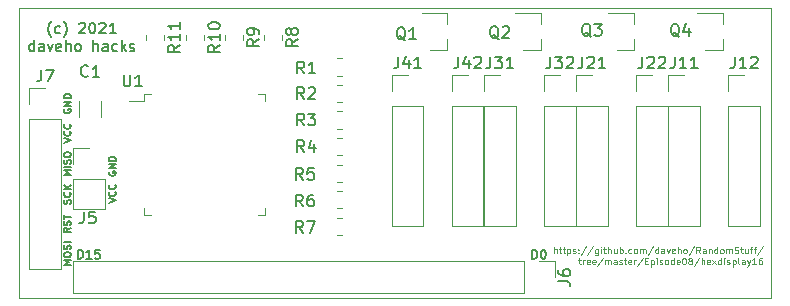
<source format=gbr>
G04 #@! TF.GenerationSoftware,KiCad,Pcbnew,5.1.10-88a1d61d58~88~ubuntu20.04.1*
G04 #@! TF.CreationDate,2021-05-20T13:34:08-04:00*
G04 #@! TF.ProjectId,hexdisplay16,68657864-6973-4706-9c61-7931362e6b69,rev?*
G04 #@! TF.SameCoordinates,Original*
G04 #@! TF.FileFunction,Legend,Top*
G04 #@! TF.FilePolarity,Positive*
%FSLAX46Y46*%
G04 Gerber Fmt 4.6, Leading zero omitted, Abs format (unit mm)*
G04 Created by KiCad (PCBNEW 5.1.10-88a1d61d58~88~ubuntu20.04.1) date 2021-05-20 13:34:08*
%MOMM*%
%LPD*%
G01*
G04 APERTURE LIST*
G04 #@! TA.AperFunction,Profile*
%ADD10C,0.050000*%
G04 #@! TD*
%ADD11C,0.150000*%
%ADD12C,0.120000*%
G04 APERTURE END LIST*
D10*
X139700000Y-141800000D02*
X76000000Y-141800000D01*
X139700000Y-117200000D02*
X76200000Y-117200000D01*
X139700000Y-125500000D02*
X139700000Y-141800000D01*
X139700000Y-117300000D02*
X139700000Y-117200000D01*
X139700000Y-125500000D02*
X139700000Y-117300000D01*
D11*
X83571428Y-133700000D02*
X84171428Y-133500000D01*
X83571428Y-133300000D01*
X84114285Y-132757142D02*
X84142857Y-132785714D01*
X84171428Y-132871428D01*
X84171428Y-132928571D01*
X84142857Y-133014285D01*
X84085714Y-133071428D01*
X84028571Y-133100000D01*
X83914285Y-133128571D01*
X83828571Y-133128571D01*
X83714285Y-133100000D01*
X83657142Y-133071428D01*
X83600000Y-133014285D01*
X83571428Y-132928571D01*
X83571428Y-132871428D01*
X83600000Y-132785714D01*
X83628571Y-132757142D01*
X84114285Y-132157142D02*
X84142857Y-132185714D01*
X84171428Y-132271428D01*
X84171428Y-132328571D01*
X84142857Y-132414285D01*
X84085714Y-132471428D01*
X84028571Y-132500000D01*
X83914285Y-132528571D01*
X83828571Y-132528571D01*
X83714285Y-132500000D01*
X83657142Y-132471428D01*
X83600000Y-132414285D01*
X83571428Y-132328571D01*
X83571428Y-132271428D01*
X83600000Y-132185714D01*
X83628571Y-132157142D01*
X83600000Y-131057142D02*
X83571428Y-131114285D01*
X83571428Y-131200000D01*
X83600000Y-131285714D01*
X83657142Y-131342857D01*
X83714285Y-131371428D01*
X83828571Y-131400000D01*
X83914285Y-131400000D01*
X84028571Y-131371428D01*
X84085714Y-131342857D01*
X84142857Y-131285714D01*
X84171428Y-131200000D01*
X84171428Y-131142857D01*
X84142857Y-131057142D01*
X84114285Y-131028571D01*
X83914285Y-131028571D01*
X83914285Y-131142857D01*
X84171428Y-130771428D02*
X83571428Y-130771428D01*
X84171428Y-130428571D01*
X83571428Y-130428571D01*
X84171428Y-130142857D02*
X83571428Y-130142857D01*
X83571428Y-130000000D01*
X83600000Y-129914285D01*
X83657142Y-129857142D01*
X83714285Y-129828571D01*
X83828571Y-129800000D01*
X83914285Y-129800000D01*
X84028571Y-129828571D01*
X84085714Y-129857142D01*
X84142857Y-129914285D01*
X84171428Y-130000000D01*
X84171428Y-130142857D01*
X80371428Y-138942857D02*
X79771428Y-138942857D01*
X80200000Y-138742857D01*
X79771428Y-138542857D01*
X80371428Y-138542857D01*
X79771428Y-138142857D02*
X79771428Y-138028571D01*
X79800000Y-137971428D01*
X79857142Y-137914285D01*
X79971428Y-137885714D01*
X80171428Y-137885714D01*
X80285714Y-137914285D01*
X80342857Y-137971428D01*
X80371428Y-138028571D01*
X80371428Y-138142857D01*
X80342857Y-138200000D01*
X80285714Y-138257142D01*
X80171428Y-138285714D01*
X79971428Y-138285714D01*
X79857142Y-138257142D01*
X79800000Y-138200000D01*
X79771428Y-138142857D01*
X80342857Y-137657142D02*
X80371428Y-137571428D01*
X80371428Y-137428571D01*
X80342857Y-137371428D01*
X80314285Y-137342857D01*
X80257142Y-137314285D01*
X80200000Y-137314285D01*
X80142857Y-137342857D01*
X80114285Y-137371428D01*
X80085714Y-137428571D01*
X80057142Y-137542857D01*
X80028571Y-137600000D01*
X80000000Y-137628571D01*
X79942857Y-137657142D01*
X79885714Y-137657142D01*
X79828571Y-137628571D01*
X79800000Y-137600000D01*
X79771428Y-137542857D01*
X79771428Y-137400000D01*
X79800000Y-137314285D01*
X80371428Y-137057142D02*
X79771428Y-137057142D01*
X80371428Y-135828571D02*
X80085714Y-136028571D01*
X80371428Y-136171428D02*
X79771428Y-136171428D01*
X79771428Y-135942857D01*
X79800000Y-135885714D01*
X79828571Y-135857142D01*
X79885714Y-135828571D01*
X79971428Y-135828571D01*
X80028571Y-135857142D01*
X80057142Y-135885714D01*
X80085714Y-135942857D01*
X80085714Y-136171428D01*
X80342857Y-135600000D02*
X80371428Y-135514285D01*
X80371428Y-135371428D01*
X80342857Y-135314285D01*
X80314285Y-135285714D01*
X80257142Y-135257142D01*
X80200000Y-135257142D01*
X80142857Y-135285714D01*
X80114285Y-135314285D01*
X80085714Y-135371428D01*
X80057142Y-135485714D01*
X80028571Y-135542857D01*
X80000000Y-135571428D01*
X79942857Y-135600000D01*
X79885714Y-135600000D01*
X79828571Y-135571428D01*
X79800000Y-135542857D01*
X79771428Y-135485714D01*
X79771428Y-135342857D01*
X79800000Y-135257142D01*
X79771428Y-135085714D02*
X79771428Y-134742857D01*
X80371428Y-134914285D02*
X79771428Y-134914285D01*
X80342857Y-133771428D02*
X80371428Y-133685714D01*
X80371428Y-133542857D01*
X80342857Y-133485714D01*
X80314285Y-133457142D01*
X80257142Y-133428571D01*
X80200000Y-133428571D01*
X80142857Y-133457142D01*
X80114285Y-133485714D01*
X80085714Y-133542857D01*
X80057142Y-133657142D01*
X80028571Y-133714285D01*
X80000000Y-133742857D01*
X79942857Y-133771428D01*
X79885714Y-133771428D01*
X79828571Y-133742857D01*
X79800000Y-133714285D01*
X79771428Y-133657142D01*
X79771428Y-133514285D01*
X79800000Y-133428571D01*
X80314285Y-132828571D02*
X80342857Y-132857142D01*
X80371428Y-132942857D01*
X80371428Y-133000000D01*
X80342857Y-133085714D01*
X80285714Y-133142857D01*
X80228571Y-133171428D01*
X80114285Y-133200000D01*
X80028571Y-133200000D01*
X79914285Y-133171428D01*
X79857142Y-133142857D01*
X79800000Y-133085714D01*
X79771428Y-133000000D01*
X79771428Y-132942857D01*
X79800000Y-132857142D01*
X79828571Y-132828571D01*
X80371428Y-132571428D02*
X79771428Y-132571428D01*
X80371428Y-132228571D02*
X80028571Y-132485714D01*
X79771428Y-132228571D02*
X80114285Y-132571428D01*
X80371428Y-131342857D02*
X79771428Y-131342857D01*
X80200000Y-131142857D01*
X79771428Y-130942857D01*
X80371428Y-130942857D01*
X80371428Y-130657142D02*
X79771428Y-130657142D01*
X80342857Y-130400000D02*
X80371428Y-130314285D01*
X80371428Y-130171428D01*
X80342857Y-130114285D01*
X80314285Y-130085714D01*
X80257142Y-130057142D01*
X80200000Y-130057142D01*
X80142857Y-130085714D01*
X80114285Y-130114285D01*
X80085714Y-130171428D01*
X80057142Y-130285714D01*
X80028571Y-130342857D01*
X80000000Y-130371428D01*
X79942857Y-130400000D01*
X79885714Y-130400000D01*
X79828571Y-130371428D01*
X79800000Y-130342857D01*
X79771428Y-130285714D01*
X79771428Y-130142857D01*
X79800000Y-130057142D01*
X79771428Y-129685714D02*
X79771428Y-129571428D01*
X79800000Y-129514285D01*
X79857142Y-129457142D01*
X79971428Y-129428571D01*
X80171428Y-129428571D01*
X80285714Y-129457142D01*
X80342857Y-129514285D01*
X80371428Y-129571428D01*
X80371428Y-129685714D01*
X80342857Y-129742857D01*
X80285714Y-129800000D01*
X80171428Y-129828571D01*
X79971428Y-129828571D01*
X79857142Y-129800000D01*
X79800000Y-129742857D01*
X79771428Y-129685714D01*
X79771428Y-128600000D02*
X80371428Y-128400000D01*
X79771428Y-128200000D01*
X80314285Y-127657142D02*
X80342857Y-127685714D01*
X80371428Y-127771428D01*
X80371428Y-127828571D01*
X80342857Y-127914285D01*
X80285714Y-127971428D01*
X80228571Y-128000000D01*
X80114285Y-128028571D01*
X80028571Y-128028571D01*
X79914285Y-128000000D01*
X79857142Y-127971428D01*
X79800000Y-127914285D01*
X79771428Y-127828571D01*
X79771428Y-127771428D01*
X79800000Y-127685714D01*
X79828571Y-127657142D01*
X80314285Y-127057142D02*
X80342857Y-127085714D01*
X80371428Y-127171428D01*
X80371428Y-127228571D01*
X80342857Y-127314285D01*
X80285714Y-127371428D01*
X80228571Y-127400000D01*
X80114285Y-127428571D01*
X80028571Y-127428571D01*
X79914285Y-127400000D01*
X79857142Y-127371428D01*
X79800000Y-127314285D01*
X79771428Y-127228571D01*
X79771428Y-127171428D01*
X79800000Y-127085714D01*
X79828571Y-127057142D01*
X79800000Y-125757142D02*
X79771428Y-125814285D01*
X79771428Y-125900000D01*
X79800000Y-125985714D01*
X79857142Y-126042857D01*
X79914285Y-126071428D01*
X80028571Y-126100000D01*
X80114285Y-126100000D01*
X80228571Y-126071428D01*
X80285714Y-126042857D01*
X80342857Y-125985714D01*
X80371428Y-125900000D01*
X80371428Y-125842857D01*
X80342857Y-125757142D01*
X80314285Y-125728571D01*
X80114285Y-125728571D01*
X80114285Y-125842857D01*
X80371428Y-125471428D02*
X79771428Y-125471428D01*
X80371428Y-125128571D01*
X79771428Y-125128571D01*
X80371428Y-124842857D02*
X79771428Y-124842857D01*
X79771428Y-124700000D01*
X79800000Y-124614285D01*
X79857142Y-124557142D01*
X79914285Y-124528571D01*
X80028571Y-124500000D01*
X80114285Y-124500000D01*
X80228571Y-124528571D01*
X80285714Y-124557142D01*
X80342857Y-124614285D01*
X80371428Y-124700000D01*
X80371428Y-124842857D01*
D10*
X76000000Y-117200000D02*
X76200000Y-117200000D01*
X76000000Y-141800000D02*
X76000000Y-117200000D01*
D11*
X78728571Y-119700000D02*
X78685714Y-119657142D01*
X78600000Y-119528571D01*
X78557142Y-119442857D01*
X78514285Y-119314285D01*
X78471428Y-119100000D01*
X78471428Y-118928571D01*
X78514285Y-118714285D01*
X78557142Y-118585714D01*
X78600000Y-118500000D01*
X78685714Y-118371428D01*
X78728571Y-118328571D01*
X79457142Y-119314285D02*
X79371428Y-119357142D01*
X79200000Y-119357142D01*
X79114285Y-119314285D01*
X79071428Y-119271428D01*
X79028571Y-119185714D01*
X79028571Y-118928571D01*
X79071428Y-118842857D01*
X79114285Y-118800000D01*
X79200000Y-118757142D01*
X79371428Y-118757142D01*
X79457142Y-118800000D01*
X79757142Y-119700000D02*
X79800000Y-119657142D01*
X79885714Y-119528571D01*
X79928571Y-119442857D01*
X79971428Y-119314285D01*
X80014285Y-119100000D01*
X80014285Y-118928571D01*
X79971428Y-118714285D01*
X79928571Y-118585714D01*
X79885714Y-118500000D01*
X79800000Y-118371428D01*
X79757142Y-118328571D01*
X81085714Y-118542857D02*
X81128571Y-118500000D01*
X81214285Y-118457142D01*
X81428571Y-118457142D01*
X81514285Y-118500000D01*
X81557142Y-118542857D01*
X81600000Y-118628571D01*
X81600000Y-118714285D01*
X81557142Y-118842857D01*
X81042857Y-119357142D01*
X81600000Y-119357142D01*
X82157142Y-118457142D02*
X82242857Y-118457142D01*
X82328571Y-118500000D01*
X82371428Y-118542857D01*
X82414285Y-118628571D01*
X82457142Y-118800000D01*
X82457142Y-119014285D01*
X82414285Y-119185714D01*
X82371428Y-119271428D01*
X82328571Y-119314285D01*
X82242857Y-119357142D01*
X82157142Y-119357142D01*
X82071428Y-119314285D01*
X82028571Y-119271428D01*
X81985714Y-119185714D01*
X81942857Y-119014285D01*
X81942857Y-118800000D01*
X81985714Y-118628571D01*
X82028571Y-118542857D01*
X82071428Y-118500000D01*
X82157142Y-118457142D01*
X82800000Y-118542857D02*
X82842857Y-118500000D01*
X82928571Y-118457142D01*
X83142857Y-118457142D01*
X83228571Y-118500000D01*
X83271428Y-118542857D01*
X83314285Y-118628571D01*
X83314285Y-118714285D01*
X83271428Y-118842857D01*
X82757142Y-119357142D01*
X83314285Y-119357142D01*
X84171428Y-119357142D02*
X83657142Y-119357142D01*
X83914285Y-119357142D02*
X83914285Y-118457142D01*
X83828571Y-118585714D01*
X83742857Y-118671428D01*
X83657142Y-118714285D01*
X77271428Y-120857142D02*
X77271428Y-119957142D01*
X77271428Y-120814285D02*
X77185714Y-120857142D01*
X77014285Y-120857142D01*
X76928571Y-120814285D01*
X76885714Y-120771428D01*
X76842857Y-120685714D01*
X76842857Y-120428571D01*
X76885714Y-120342857D01*
X76928571Y-120300000D01*
X77014285Y-120257142D01*
X77185714Y-120257142D01*
X77271428Y-120300000D01*
X78085714Y-120857142D02*
X78085714Y-120385714D01*
X78042857Y-120300000D01*
X77957142Y-120257142D01*
X77785714Y-120257142D01*
X77700000Y-120300000D01*
X78085714Y-120814285D02*
X78000000Y-120857142D01*
X77785714Y-120857142D01*
X77700000Y-120814285D01*
X77657142Y-120728571D01*
X77657142Y-120642857D01*
X77700000Y-120557142D01*
X77785714Y-120514285D01*
X78000000Y-120514285D01*
X78085714Y-120471428D01*
X78428571Y-120257142D02*
X78642857Y-120857142D01*
X78857142Y-120257142D01*
X79542857Y-120814285D02*
X79457142Y-120857142D01*
X79285714Y-120857142D01*
X79200000Y-120814285D01*
X79157142Y-120728571D01*
X79157142Y-120385714D01*
X79200000Y-120300000D01*
X79285714Y-120257142D01*
X79457142Y-120257142D01*
X79542857Y-120300000D01*
X79585714Y-120385714D01*
X79585714Y-120471428D01*
X79157142Y-120557142D01*
X79971428Y-120857142D02*
X79971428Y-119957142D01*
X80357142Y-120857142D02*
X80357142Y-120385714D01*
X80314285Y-120300000D01*
X80228571Y-120257142D01*
X80100000Y-120257142D01*
X80014285Y-120300000D01*
X79971428Y-120342857D01*
X80914285Y-120857142D02*
X80828571Y-120814285D01*
X80785714Y-120771428D01*
X80742857Y-120685714D01*
X80742857Y-120428571D01*
X80785714Y-120342857D01*
X80828571Y-120300000D01*
X80914285Y-120257142D01*
X81042857Y-120257142D01*
X81128571Y-120300000D01*
X81171428Y-120342857D01*
X81214285Y-120428571D01*
X81214285Y-120685714D01*
X81171428Y-120771428D01*
X81128571Y-120814285D01*
X81042857Y-120857142D01*
X80914285Y-120857142D01*
X82285714Y-120857142D02*
X82285714Y-119957142D01*
X82671428Y-120857142D02*
X82671428Y-120385714D01*
X82628571Y-120300000D01*
X82542857Y-120257142D01*
X82414285Y-120257142D01*
X82328571Y-120300000D01*
X82285714Y-120342857D01*
X83485714Y-120857142D02*
X83485714Y-120385714D01*
X83442857Y-120300000D01*
X83357142Y-120257142D01*
X83185714Y-120257142D01*
X83100000Y-120300000D01*
X83485714Y-120814285D02*
X83400000Y-120857142D01*
X83185714Y-120857142D01*
X83100000Y-120814285D01*
X83057142Y-120728571D01*
X83057142Y-120642857D01*
X83100000Y-120557142D01*
X83185714Y-120514285D01*
X83400000Y-120514285D01*
X83485714Y-120471428D01*
X84300000Y-120814285D02*
X84214285Y-120857142D01*
X84042857Y-120857142D01*
X83957142Y-120814285D01*
X83914285Y-120771428D01*
X83871428Y-120685714D01*
X83871428Y-120428571D01*
X83914285Y-120342857D01*
X83957142Y-120300000D01*
X84042857Y-120257142D01*
X84214285Y-120257142D01*
X84300000Y-120300000D01*
X84685714Y-120857142D02*
X84685714Y-119957142D01*
X84771428Y-120514285D02*
X85028571Y-120857142D01*
X85028571Y-120257142D02*
X84685714Y-120600000D01*
X85371428Y-120814285D02*
X85457142Y-120857142D01*
X85628571Y-120857142D01*
X85714285Y-120814285D01*
X85757142Y-120728571D01*
X85757142Y-120685714D01*
X85714285Y-120600000D01*
X85628571Y-120557142D01*
X85500000Y-120557142D01*
X85414285Y-120514285D01*
X85371428Y-120428571D01*
X85371428Y-120385714D01*
X85414285Y-120300000D01*
X85500000Y-120257142D01*
X85628571Y-120257142D01*
X85714285Y-120300000D01*
D12*
X121291047Y-137976309D02*
X121291047Y-137426309D01*
X121526761Y-137976309D02*
X121526761Y-137688214D01*
X121500571Y-137635833D01*
X121448190Y-137609642D01*
X121369619Y-137609642D01*
X121317238Y-137635833D01*
X121291047Y-137662023D01*
X121710095Y-137609642D02*
X121919619Y-137609642D01*
X121788666Y-137426309D02*
X121788666Y-137897738D01*
X121814857Y-137950119D01*
X121867238Y-137976309D01*
X121919619Y-137976309D01*
X122024380Y-137609642D02*
X122233904Y-137609642D01*
X122102952Y-137426309D02*
X122102952Y-137897738D01*
X122129142Y-137950119D01*
X122181523Y-137976309D01*
X122233904Y-137976309D01*
X122417238Y-137609642D02*
X122417238Y-138159642D01*
X122417238Y-137635833D02*
X122469619Y-137609642D01*
X122574380Y-137609642D01*
X122626761Y-137635833D01*
X122652952Y-137662023D01*
X122679142Y-137714404D01*
X122679142Y-137871547D01*
X122652952Y-137923928D01*
X122626761Y-137950119D01*
X122574380Y-137976309D01*
X122469619Y-137976309D01*
X122417238Y-137950119D01*
X122888666Y-137950119D02*
X122941047Y-137976309D01*
X123045809Y-137976309D01*
X123098190Y-137950119D01*
X123124380Y-137897738D01*
X123124380Y-137871547D01*
X123098190Y-137819166D01*
X123045809Y-137792976D01*
X122967238Y-137792976D01*
X122914857Y-137766785D01*
X122888666Y-137714404D01*
X122888666Y-137688214D01*
X122914857Y-137635833D01*
X122967238Y-137609642D01*
X123045809Y-137609642D01*
X123098190Y-137635833D01*
X123360095Y-137923928D02*
X123386285Y-137950119D01*
X123360095Y-137976309D01*
X123333904Y-137950119D01*
X123360095Y-137923928D01*
X123360095Y-137976309D01*
X123360095Y-137635833D02*
X123386285Y-137662023D01*
X123360095Y-137688214D01*
X123333904Y-137662023D01*
X123360095Y-137635833D01*
X123360095Y-137688214D01*
X124014857Y-137400119D02*
X123543428Y-138107261D01*
X124591047Y-137400119D02*
X124119619Y-138107261D01*
X125010095Y-137609642D02*
X125010095Y-138054880D01*
X124983904Y-138107261D01*
X124957714Y-138133452D01*
X124905333Y-138159642D01*
X124826761Y-138159642D01*
X124774380Y-138133452D01*
X125010095Y-137950119D02*
X124957714Y-137976309D01*
X124852952Y-137976309D01*
X124800571Y-137950119D01*
X124774380Y-137923928D01*
X124748190Y-137871547D01*
X124748190Y-137714404D01*
X124774380Y-137662023D01*
X124800571Y-137635833D01*
X124852952Y-137609642D01*
X124957714Y-137609642D01*
X125010095Y-137635833D01*
X125272000Y-137976309D02*
X125272000Y-137609642D01*
X125272000Y-137426309D02*
X125245809Y-137452500D01*
X125272000Y-137478690D01*
X125298190Y-137452500D01*
X125272000Y-137426309D01*
X125272000Y-137478690D01*
X125455333Y-137609642D02*
X125664857Y-137609642D01*
X125533904Y-137426309D02*
X125533904Y-137897738D01*
X125560095Y-137950119D01*
X125612476Y-137976309D01*
X125664857Y-137976309D01*
X125848190Y-137976309D02*
X125848190Y-137426309D01*
X126083904Y-137976309D02*
X126083904Y-137688214D01*
X126057714Y-137635833D01*
X126005333Y-137609642D01*
X125926761Y-137609642D01*
X125874380Y-137635833D01*
X125848190Y-137662023D01*
X126581523Y-137609642D02*
X126581523Y-137976309D01*
X126345809Y-137609642D02*
X126345809Y-137897738D01*
X126372000Y-137950119D01*
X126424380Y-137976309D01*
X126502952Y-137976309D01*
X126555333Y-137950119D01*
X126581523Y-137923928D01*
X126843428Y-137976309D02*
X126843428Y-137426309D01*
X126843428Y-137635833D02*
X126895809Y-137609642D01*
X127000571Y-137609642D01*
X127052952Y-137635833D01*
X127079142Y-137662023D01*
X127105333Y-137714404D01*
X127105333Y-137871547D01*
X127079142Y-137923928D01*
X127052952Y-137950119D01*
X127000571Y-137976309D01*
X126895809Y-137976309D01*
X126843428Y-137950119D01*
X127341047Y-137923928D02*
X127367238Y-137950119D01*
X127341047Y-137976309D01*
X127314857Y-137950119D01*
X127341047Y-137923928D01*
X127341047Y-137976309D01*
X127838666Y-137950119D02*
X127786285Y-137976309D01*
X127681523Y-137976309D01*
X127629142Y-137950119D01*
X127602952Y-137923928D01*
X127576761Y-137871547D01*
X127576761Y-137714404D01*
X127602952Y-137662023D01*
X127629142Y-137635833D01*
X127681523Y-137609642D01*
X127786285Y-137609642D01*
X127838666Y-137635833D01*
X128152952Y-137976309D02*
X128100571Y-137950119D01*
X128074380Y-137923928D01*
X128048190Y-137871547D01*
X128048190Y-137714404D01*
X128074380Y-137662023D01*
X128100571Y-137635833D01*
X128152952Y-137609642D01*
X128231523Y-137609642D01*
X128283904Y-137635833D01*
X128310095Y-137662023D01*
X128336285Y-137714404D01*
X128336285Y-137871547D01*
X128310095Y-137923928D01*
X128283904Y-137950119D01*
X128231523Y-137976309D01*
X128152952Y-137976309D01*
X128572000Y-137976309D02*
X128572000Y-137609642D01*
X128572000Y-137662023D02*
X128598190Y-137635833D01*
X128650571Y-137609642D01*
X128729142Y-137609642D01*
X128781523Y-137635833D01*
X128807714Y-137688214D01*
X128807714Y-137976309D01*
X128807714Y-137688214D02*
X128833904Y-137635833D01*
X128886285Y-137609642D01*
X128964857Y-137609642D01*
X129017238Y-137635833D01*
X129043428Y-137688214D01*
X129043428Y-137976309D01*
X129698190Y-137400119D02*
X129226761Y-138107261D01*
X130117238Y-137976309D02*
X130117238Y-137426309D01*
X130117238Y-137950119D02*
X130064857Y-137976309D01*
X129960095Y-137976309D01*
X129907714Y-137950119D01*
X129881523Y-137923928D01*
X129855333Y-137871547D01*
X129855333Y-137714404D01*
X129881523Y-137662023D01*
X129907714Y-137635833D01*
X129960095Y-137609642D01*
X130064857Y-137609642D01*
X130117238Y-137635833D01*
X130614857Y-137976309D02*
X130614857Y-137688214D01*
X130588666Y-137635833D01*
X130536285Y-137609642D01*
X130431523Y-137609642D01*
X130379142Y-137635833D01*
X130614857Y-137950119D02*
X130562476Y-137976309D01*
X130431523Y-137976309D01*
X130379142Y-137950119D01*
X130352952Y-137897738D01*
X130352952Y-137845357D01*
X130379142Y-137792976D01*
X130431523Y-137766785D01*
X130562476Y-137766785D01*
X130614857Y-137740595D01*
X130824380Y-137609642D02*
X130955333Y-137976309D01*
X131086285Y-137609642D01*
X131505333Y-137950119D02*
X131452952Y-137976309D01*
X131348190Y-137976309D01*
X131295809Y-137950119D01*
X131269619Y-137897738D01*
X131269619Y-137688214D01*
X131295809Y-137635833D01*
X131348190Y-137609642D01*
X131452952Y-137609642D01*
X131505333Y-137635833D01*
X131531523Y-137688214D01*
X131531523Y-137740595D01*
X131269619Y-137792976D01*
X131767238Y-137976309D02*
X131767238Y-137426309D01*
X132002952Y-137976309D02*
X132002952Y-137688214D01*
X131976761Y-137635833D01*
X131924380Y-137609642D01*
X131845809Y-137609642D01*
X131793428Y-137635833D01*
X131767238Y-137662023D01*
X132343428Y-137976309D02*
X132291047Y-137950119D01*
X132264857Y-137923928D01*
X132238666Y-137871547D01*
X132238666Y-137714404D01*
X132264857Y-137662023D01*
X132291047Y-137635833D01*
X132343428Y-137609642D01*
X132422000Y-137609642D01*
X132474380Y-137635833D01*
X132500571Y-137662023D01*
X132526761Y-137714404D01*
X132526761Y-137871547D01*
X132500571Y-137923928D01*
X132474380Y-137950119D01*
X132422000Y-137976309D01*
X132343428Y-137976309D01*
X133155333Y-137400119D02*
X132683904Y-138107261D01*
X133652952Y-137976309D02*
X133469619Y-137714404D01*
X133338666Y-137976309D02*
X133338666Y-137426309D01*
X133548190Y-137426309D01*
X133600571Y-137452500D01*
X133626761Y-137478690D01*
X133652952Y-137531071D01*
X133652952Y-137609642D01*
X133626761Y-137662023D01*
X133600571Y-137688214D01*
X133548190Y-137714404D01*
X133338666Y-137714404D01*
X134124380Y-137976309D02*
X134124380Y-137688214D01*
X134098190Y-137635833D01*
X134045809Y-137609642D01*
X133941047Y-137609642D01*
X133888666Y-137635833D01*
X134124380Y-137950119D02*
X134072000Y-137976309D01*
X133941047Y-137976309D01*
X133888666Y-137950119D01*
X133862476Y-137897738D01*
X133862476Y-137845357D01*
X133888666Y-137792976D01*
X133941047Y-137766785D01*
X134072000Y-137766785D01*
X134124380Y-137740595D01*
X134386285Y-137609642D02*
X134386285Y-137976309D01*
X134386285Y-137662023D02*
X134412476Y-137635833D01*
X134464857Y-137609642D01*
X134543428Y-137609642D01*
X134595809Y-137635833D01*
X134622000Y-137688214D01*
X134622000Y-137976309D01*
X135119619Y-137976309D02*
X135119619Y-137426309D01*
X135119619Y-137950119D02*
X135067238Y-137976309D01*
X134962476Y-137976309D01*
X134910095Y-137950119D01*
X134883904Y-137923928D01*
X134857714Y-137871547D01*
X134857714Y-137714404D01*
X134883904Y-137662023D01*
X134910095Y-137635833D01*
X134962476Y-137609642D01*
X135067238Y-137609642D01*
X135119619Y-137635833D01*
X135460095Y-137976309D02*
X135407714Y-137950119D01*
X135381523Y-137923928D01*
X135355333Y-137871547D01*
X135355333Y-137714404D01*
X135381523Y-137662023D01*
X135407714Y-137635833D01*
X135460095Y-137609642D01*
X135538666Y-137609642D01*
X135591047Y-137635833D01*
X135617238Y-137662023D01*
X135643428Y-137714404D01*
X135643428Y-137871547D01*
X135617238Y-137923928D01*
X135591047Y-137950119D01*
X135538666Y-137976309D01*
X135460095Y-137976309D01*
X135879142Y-137976309D02*
X135879142Y-137609642D01*
X135879142Y-137662023D02*
X135905333Y-137635833D01*
X135957714Y-137609642D01*
X136036285Y-137609642D01*
X136088666Y-137635833D01*
X136114857Y-137688214D01*
X136114857Y-137976309D01*
X136114857Y-137688214D02*
X136141047Y-137635833D01*
X136193428Y-137609642D01*
X136272000Y-137609642D01*
X136324380Y-137635833D01*
X136350571Y-137688214D01*
X136350571Y-137976309D01*
X136586285Y-137950119D02*
X136664857Y-137976309D01*
X136795809Y-137976309D01*
X136848190Y-137950119D01*
X136874380Y-137923928D01*
X136900571Y-137871547D01*
X136900571Y-137819166D01*
X136874380Y-137766785D01*
X136848190Y-137740595D01*
X136795809Y-137714404D01*
X136691047Y-137688214D01*
X136638666Y-137662023D01*
X136612476Y-137635833D01*
X136586285Y-137583452D01*
X136586285Y-137531071D01*
X136612476Y-137478690D01*
X136638666Y-137452500D01*
X136691047Y-137426309D01*
X136822000Y-137426309D01*
X136900571Y-137452500D01*
X137057714Y-137609642D02*
X137267238Y-137609642D01*
X137136285Y-137426309D02*
X137136285Y-137897738D01*
X137162476Y-137950119D01*
X137214857Y-137976309D01*
X137267238Y-137976309D01*
X137686285Y-137609642D02*
X137686285Y-137976309D01*
X137450571Y-137609642D02*
X137450571Y-137897738D01*
X137476761Y-137950119D01*
X137529142Y-137976309D01*
X137607714Y-137976309D01*
X137660095Y-137950119D01*
X137686285Y-137923928D01*
X137869619Y-137609642D02*
X138079142Y-137609642D01*
X137948190Y-137976309D02*
X137948190Y-137504880D01*
X137974380Y-137452500D01*
X138026761Y-137426309D01*
X138079142Y-137426309D01*
X138183904Y-137609642D02*
X138393428Y-137609642D01*
X138262476Y-137976309D02*
X138262476Y-137504880D01*
X138288666Y-137452500D01*
X138341047Y-137426309D01*
X138393428Y-137426309D01*
X138969619Y-137400119D02*
X138498190Y-138107261D01*
X123360095Y-138554642D02*
X123569619Y-138554642D01*
X123438666Y-138371309D02*
X123438666Y-138842738D01*
X123464857Y-138895119D01*
X123517238Y-138921309D01*
X123569619Y-138921309D01*
X123752952Y-138921309D02*
X123752952Y-138554642D01*
X123752952Y-138659404D02*
X123779142Y-138607023D01*
X123805333Y-138580833D01*
X123857714Y-138554642D01*
X123910095Y-138554642D01*
X124302952Y-138895119D02*
X124250571Y-138921309D01*
X124145809Y-138921309D01*
X124093428Y-138895119D01*
X124067238Y-138842738D01*
X124067238Y-138633214D01*
X124093428Y-138580833D01*
X124145809Y-138554642D01*
X124250571Y-138554642D01*
X124302952Y-138580833D01*
X124329142Y-138633214D01*
X124329142Y-138685595D01*
X124067238Y-138737976D01*
X124774380Y-138895119D02*
X124722000Y-138921309D01*
X124617238Y-138921309D01*
X124564857Y-138895119D01*
X124538666Y-138842738D01*
X124538666Y-138633214D01*
X124564857Y-138580833D01*
X124617238Y-138554642D01*
X124722000Y-138554642D01*
X124774380Y-138580833D01*
X124800571Y-138633214D01*
X124800571Y-138685595D01*
X124538666Y-138737976D01*
X125429142Y-138345119D02*
X124957714Y-139052261D01*
X125612476Y-138921309D02*
X125612476Y-138554642D01*
X125612476Y-138607023D02*
X125638666Y-138580833D01*
X125691047Y-138554642D01*
X125769619Y-138554642D01*
X125822000Y-138580833D01*
X125848190Y-138633214D01*
X125848190Y-138921309D01*
X125848190Y-138633214D02*
X125874380Y-138580833D01*
X125926761Y-138554642D01*
X126005333Y-138554642D01*
X126057714Y-138580833D01*
X126083904Y-138633214D01*
X126083904Y-138921309D01*
X126581523Y-138921309D02*
X126581523Y-138633214D01*
X126555333Y-138580833D01*
X126502952Y-138554642D01*
X126398190Y-138554642D01*
X126345809Y-138580833D01*
X126581523Y-138895119D02*
X126529142Y-138921309D01*
X126398190Y-138921309D01*
X126345809Y-138895119D01*
X126319619Y-138842738D01*
X126319619Y-138790357D01*
X126345809Y-138737976D01*
X126398190Y-138711785D01*
X126529142Y-138711785D01*
X126581523Y-138685595D01*
X126817238Y-138895119D02*
X126869619Y-138921309D01*
X126974380Y-138921309D01*
X127026761Y-138895119D01*
X127052952Y-138842738D01*
X127052952Y-138816547D01*
X127026761Y-138764166D01*
X126974380Y-138737976D01*
X126895809Y-138737976D01*
X126843428Y-138711785D01*
X126817238Y-138659404D01*
X126817238Y-138633214D01*
X126843428Y-138580833D01*
X126895809Y-138554642D01*
X126974380Y-138554642D01*
X127026761Y-138580833D01*
X127210095Y-138554642D02*
X127419619Y-138554642D01*
X127288666Y-138371309D02*
X127288666Y-138842738D01*
X127314857Y-138895119D01*
X127367238Y-138921309D01*
X127419619Y-138921309D01*
X127812476Y-138895119D02*
X127760095Y-138921309D01*
X127655333Y-138921309D01*
X127602952Y-138895119D01*
X127576761Y-138842738D01*
X127576761Y-138633214D01*
X127602952Y-138580833D01*
X127655333Y-138554642D01*
X127760095Y-138554642D01*
X127812476Y-138580833D01*
X127838666Y-138633214D01*
X127838666Y-138685595D01*
X127576761Y-138737976D01*
X128074380Y-138921309D02*
X128074380Y-138554642D01*
X128074380Y-138659404D02*
X128100571Y-138607023D01*
X128126761Y-138580833D01*
X128179142Y-138554642D01*
X128231523Y-138554642D01*
X128807714Y-138345119D02*
X128336285Y-139052261D01*
X128991047Y-138633214D02*
X129174380Y-138633214D01*
X129252952Y-138921309D02*
X128991047Y-138921309D01*
X128991047Y-138371309D01*
X129252952Y-138371309D01*
X129488666Y-138554642D02*
X129488666Y-139104642D01*
X129488666Y-138580833D02*
X129541047Y-138554642D01*
X129645809Y-138554642D01*
X129698190Y-138580833D01*
X129724380Y-138607023D01*
X129750571Y-138659404D01*
X129750571Y-138816547D01*
X129724380Y-138868928D01*
X129698190Y-138895119D01*
X129645809Y-138921309D01*
X129541047Y-138921309D01*
X129488666Y-138895119D01*
X129986285Y-138921309D02*
X129986285Y-138554642D01*
X129986285Y-138371309D02*
X129960095Y-138397500D01*
X129986285Y-138423690D01*
X130012476Y-138397500D01*
X129986285Y-138371309D01*
X129986285Y-138423690D01*
X130222000Y-138895119D02*
X130274380Y-138921309D01*
X130379142Y-138921309D01*
X130431523Y-138895119D01*
X130457714Y-138842738D01*
X130457714Y-138816547D01*
X130431523Y-138764166D01*
X130379142Y-138737976D01*
X130300571Y-138737976D01*
X130248190Y-138711785D01*
X130222000Y-138659404D01*
X130222000Y-138633214D01*
X130248190Y-138580833D01*
X130300571Y-138554642D01*
X130379142Y-138554642D01*
X130431523Y-138580833D01*
X130772000Y-138921309D02*
X130719619Y-138895119D01*
X130693428Y-138868928D01*
X130667238Y-138816547D01*
X130667238Y-138659404D01*
X130693428Y-138607023D01*
X130719619Y-138580833D01*
X130772000Y-138554642D01*
X130850571Y-138554642D01*
X130902952Y-138580833D01*
X130929142Y-138607023D01*
X130955333Y-138659404D01*
X130955333Y-138816547D01*
X130929142Y-138868928D01*
X130902952Y-138895119D01*
X130850571Y-138921309D01*
X130772000Y-138921309D01*
X131426761Y-138921309D02*
X131426761Y-138371309D01*
X131426761Y-138895119D02*
X131374380Y-138921309D01*
X131269619Y-138921309D01*
X131217238Y-138895119D01*
X131191047Y-138868928D01*
X131164857Y-138816547D01*
X131164857Y-138659404D01*
X131191047Y-138607023D01*
X131217238Y-138580833D01*
X131269619Y-138554642D01*
X131374380Y-138554642D01*
X131426761Y-138580833D01*
X131898190Y-138895119D02*
X131845809Y-138921309D01*
X131741047Y-138921309D01*
X131688666Y-138895119D01*
X131662476Y-138842738D01*
X131662476Y-138633214D01*
X131688666Y-138580833D01*
X131741047Y-138554642D01*
X131845809Y-138554642D01*
X131898190Y-138580833D01*
X131924380Y-138633214D01*
X131924380Y-138685595D01*
X131662476Y-138737976D01*
X132264857Y-138371309D02*
X132317238Y-138371309D01*
X132369619Y-138397500D01*
X132395809Y-138423690D01*
X132422000Y-138476071D01*
X132448190Y-138580833D01*
X132448190Y-138711785D01*
X132422000Y-138816547D01*
X132395809Y-138868928D01*
X132369619Y-138895119D01*
X132317238Y-138921309D01*
X132264857Y-138921309D01*
X132212476Y-138895119D01*
X132186285Y-138868928D01*
X132160095Y-138816547D01*
X132133904Y-138711785D01*
X132133904Y-138580833D01*
X132160095Y-138476071D01*
X132186285Y-138423690D01*
X132212476Y-138397500D01*
X132264857Y-138371309D01*
X132762476Y-138607023D02*
X132710095Y-138580833D01*
X132683904Y-138554642D01*
X132657714Y-138502261D01*
X132657714Y-138476071D01*
X132683904Y-138423690D01*
X132710095Y-138397500D01*
X132762476Y-138371309D01*
X132867238Y-138371309D01*
X132919619Y-138397500D01*
X132945809Y-138423690D01*
X132972000Y-138476071D01*
X132972000Y-138502261D01*
X132945809Y-138554642D01*
X132919619Y-138580833D01*
X132867238Y-138607023D01*
X132762476Y-138607023D01*
X132710095Y-138633214D01*
X132683904Y-138659404D01*
X132657714Y-138711785D01*
X132657714Y-138816547D01*
X132683904Y-138868928D01*
X132710095Y-138895119D01*
X132762476Y-138921309D01*
X132867238Y-138921309D01*
X132919619Y-138895119D01*
X132945809Y-138868928D01*
X132972000Y-138816547D01*
X132972000Y-138711785D01*
X132945809Y-138659404D01*
X132919619Y-138633214D01*
X132867238Y-138607023D01*
X133600571Y-138345119D02*
X133129142Y-139052261D01*
X133783904Y-138921309D02*
X133783904Y-138371309D01*
X134019619Y-138921309D02*
X134019619Y-138633214D01*
X133993428Y-138580833D01*
X133941047Y-138554642D01*
X133862476Y-138554642D01*
X133810095Y-138580833D01*
X133783904Y-138607023D01*
X134491047Y-138895119D02*
X134438666Y-138921309D01*
X134333904Y-138921309D01*
X134281523Y-138895119D01*
X134255333Y-138842738D01*
X134255333Y-138633214D01*
X134281523Y-138580833D01*
X134333904Y-138554642D01*
X134438666Y-138554642D01*
X134491047Y-138580833D01*
X134517238Y-138633214D01*
X134517238Y-138685595D01*
X134255333Y-138737976D01*
X134700571Y-138921309D02*
X134988666Y-138554642D01*
X134700571Y-138554642D02*
X134988666Y-138921309D01*
X135433904Y-138921309D02*
X135433904Y-138371309D01*
X135433904Y-138895119D02*
X135381523Y-138921309D01*
X135276761Y-138921309D01*
X135224380Y-138895119D01*
X135198190Y-138868928D01*
X135172000Y-138816547D01*
X135172000Y-138659404D01*
X135198190Y-138607023D01*
X135224380Y-138580833D01*
X135276761Y-138554642D01*
X135381523Y-138554642D01*
X135433904Y-138580833D01*
X135695809Y-138921309D02*
X135695809Y-138554642D01*
X135695809Y-138371309D02*
X135669619Y-138397500D01*
X135695809Y-138423690D01*
X135722000Y-138397500D01*
X135695809Y-138371309D01*
X135695809Y-138423690D01*
X135931523Y-138895119D02*
X135983904Y-138921309D01*
X136088666Y-138921309D01*
X136141047Y-138895119D01*
X136167238Y-138842738D01*
X136167238Y-138816547D01*
X136141047Y-138764166D01*
X136088666Y-138737976D01*
X136010095Y-138737976D01*
X135957714Y-138711785D01*
X135931523Y-138659404D01*
X135931523Y-138633214D01*
X135957714Y-138580833D01*
X136010095Y-138554642D01*
X136088666Y-138554642D01*
X136141047Y-138580833D01*
X136402952Y-138554642D02*
X136402952Y-139104642D01*
X136402952Y-138580833D02*
X136455333Y-138554642D01*
X136560095Y-138554642D01*
X136612476Y-138580833D01*
X136638666Y-138607023D01*
X136664857Y-138659404D01*
X136664857Y-138816547D01*
X136638666Y-138868928D01*
X136612476Y-138895119D01*
X136560095Y-138921309D01*
X136455333Y-138921309D01*
X136402952Y-138895119D01*
X136979142Y-138921309D02*
X136926761Y-138895119D01*
X136900571Y-138842738D01*
X136900571Y-138371309D01*
X137424380Y-138921309D02*
X137424380Y-138633214D01*
X137398190Y-138580833D01*
X137345809Y-138554642D01*
X137241047Y-138554642D01*
X137188666Y-138580833D01*
X137424380Y-138895119D02*
X137372000Y-138921309D01*
X137241047Y-138921309D01*
X137188666Y-138895119D01*
X137162476Y-138842738D01*
X137162476Y-138790357D01*
X137188666Y-138737976D01*
X137241047Y-138711785D01*
X137372000Y-138711785D01*
X137424380Y-138685595D01*
X137633904Y-138554642D02*
X137764857Y-138921309D01*
X137895809Y-138554642D02*
X137764857Y-138921309D01*
X137712476Y-139052261D01*
X137686285Y-139078452D01*
X137633904Y-139104642D01*
X138393428Y-138921309D02*
X138079142Y-138921309D01*
X138236285Y-138921309D02*
X138236285Y-138371309D01*
X138183904Y-138449880D01*
X138131523Y-138502261D01*
X138079142Y-138528452D01*
X138864857Y-138371309D02*
X138760095Y-138371309D01*
X138707714Y-138397500D01*
X138681523Y-138423690D01*
X138629142Y-138502261D01*
X138602952Y-138607023D01*
X138602952Y-138816547D01*
X138629142Y-138868928D01*
X138655333Y-138895119D01*
X138707714Y-138921309D01*
X138812476Y-138921309D01*
X138864857Y-138895119D01*
X138891047Y-138868928D01*
X138917238Y-138816547D01*
X138917238Y-138685595D01*
X138891047Y-138633214D01*
X138864857Y-138607023D01*
X138812476Y-138580833D01*
X138707714Y-138580833D01*
X138655333Y-138607023D01*
X138629142Y-138633214D01*
X138602952Y-138685595D01*
D11*
X119446428Y-138439285D02*
X119446428Y-137689285D01*
X119625000Y-137689285D01*
X119732142Y-137725000D01*
X119803571Y-137796428D01*
X119839285Y-137867857D01*
X119875000Y-138010714D01*
X119875000Y-138117857D01*
X119839285Y-138260714D01*
X119803571Y-138332142D01*
X119732142Y-138403571D01*
X119625000Y-138439285D01*
X119446428Y-138439285D01*
X120339285Y-137689285D02*
X120410714Y-137689285D01*
X120482142Y-137725000D01*
X120517857Y-137760714D01*
X120553571Y-137832142D01*
X120589285Y-137975000D01*
X120589285Y-138153571D01*
X120553571Y-138296428D01*
X120517857Y-138367857D01*
X120482142Y-138403571D01*
X120410714Y-138439285D01*
X120339285Y-138439285D01*
X120267857Y-138403571D01*
X120232142Y-138367857D01*
X120196428Y-138296428D01*
X120160714Y-138153571D01*
X120160714Y-137975000D01*
X120196428Y-137832142D01*
X120232142Y-137760714D01*
X120267857Y-137725000D01*
X120339285Y-137689285D01*
X80989285Y-138439285D02*
X80989285Y-137689285D01*
X81167857Y-137689285D01*
X81275000Y-137725000D01*
X81346428Y-137796428D01*
X81382142Y-137867857D01*
X81417857Y-138010714D01*
X81417857Y-138117857D01*
X81382142Y-138260714D01*
X81346428Y-138332142D01*
X81275000Y-138403571D01*
X81167857Y-138439285D01*
X80989285Y-138439285D01*
X82132142Y-138439285D02*
X81703571Y-138439285D01*
X81917857Y-138439285D02*
X81917857Y-137689285D01*
X81846428Y-137796428D01*
X81775000Y-137867857D01*
X81703571Y-137903571D01*
X82810714Y-137689285D02*
X82453571Y-137689285D01*
X82417857Y-138046428D01*
X82453571Y-138010714D01*
X82525000Y-137975000D01*
X82703571Y-137975000D01*
X82775000Y-138010714D01*
X82810714Y-138046428D01*
X82846428Y-138117857D01*
X82846428Y-138296428D01*
X82810714Y-138367857D01*
X82775000Y-138403571D01*
X82703571Y-138439285D01*
X82525000Y-138439285D01*
X82453571Y-138403571D01*
X82417857Y-138367857D01*
D12*
G04 #@! TO.C,J12*
X136050000Y-122870000D02*
X137380000Y-122870000D01*
X136050000Y-124200000D02*
X136050000Y-122870000D01*
X136050000Y-125470000D02*
X138710000Y-125470000D01*
X138710000Y-125470000D02*
X138710000Y-135690000D01*
X136050000Y-125470000D02*
X136050000Y-135690000D01*
X136050000Y-135690000D02*
X138710000Y-135690000D01*
G04 #@! TO.C,J11*
X130970000Y-122870000D02*
X132300000Y-122870000D01*
X130970000Y-124200000D02*
X130970000Y-122870000D01*
X130970000Y-125470000D02*
X133630000Y-125470000D01*
X133630000Y-125470000D02*
X133630000Y-135690000D01*
X130970000Y-125470000D02*
X130970000Y-135690000D01*
X130970000Y-135690000D02*
X133630000Y-135690000D01*
G04 #@! TO.C,J22*
X128250000Y-135690000D02*
X130910000Y-135690000D01*
X128250000Y-125470000D02*
X128250000Y-135690000D01*
X130910000Y-125470000D02*
X130910000Y-135690000D01*
X128250000Y-125470000D02*
X130910000Y-125470000D01*
X128250000Y-124200000D02*
X128250000Y-122870000D01*
X128250000Y-122870000D02*
X129580000Y-122870000D01*
G04 #@! TO.C,J32*
X120450000Y-122870000D02*
X121780000Y-122870000D01*
X120450000Y-124200000D02*
X120450000Y-122870000D01*
X120450000Y-125470000D02*
X123110000Y-125470000D01*
X123110000Y-125470000D02*
X123110000Y-135690000D01*
X120450000Y-125470000D02*
X120450000Y-135690000D01*
X120450000Y-135690000D02*
X123110000Y-135690000D01*
G04 #@! TO.C,J41*
X107570000Y-135690000D02*
X110230000Y-135690000D01*
X107570000Y-125470000D02*
X107570000Y-135690000D01*
X110230000Y-125470000D02*
X110230000Y-135690000D01*
X107570000Y-125470000D02*
X110230000Y-125470000D01*
X107570000Y-124200000D02*
X107570000Y-122870000D01*
X107570000Y-122870000D02*
X108900000Y-122870000D01*
G04 #@! TO.C,J31*
X115370000Y-122870000D02*
X116700000Y-122870000D01*
X115370000Y-124200000D02*
X115370000Y-122870000D01*
X115370000Y-125470000D02*
X118030000Y-125470000D01*
X118030000Y-125470000D02*
X118030000Y-135690000D01*
X115370000Y-125470000D02*
X115370000Y-135690000D01*
X115370000Y-135690000D02*
X118030000Y-135690000D01*
G04 #@! TO.C,J42*
X112650000Y-135690000D02*
X115310000Y-135690000D01*
X112650000Y-125470000D02*
X112650000Y-135690000D01*
X115310000Y-125470000D02*
X115310000Y-135690000D01*
X112650000Y-125470000D02*
X115310000Y-125470000D01*
X112650000Y-124200000D02*
X112650000Y-122870000D01*
X112650000Y-122870000D02*
X113980000Y-122870000D01*
G04 #@! TO.C,J21*
X123170000Y-135690000D02*
X125830000Y-135690000D01*
X123170000Y-125470000D02*
X123170000Y-135690000D01*
X125830000Y-125470000D02*
X125830000Y-135690000D01*
X123170000Y-125470000D02*
X125830000Y-125470000D01*
X123170000Y-124200000D02*
X123170000Y-122870000D01*
X123170000Y-122870000D02*
X124500000Y-122870000D01*
G04 #@! TO.C,J6*
X121330000Y-138670000D02*
X121330000Y-140000000D01*
X120000000Y-138670000D02*
X121330000Y-138670000D01*
X118730000Y-138670000D02*
X118730000Y-141330000D01*
X118730000Y-141330000D02*
X80570000Y-141330000D01*
X118730000Y-138670000D02*
X80570000Y-138670000D01*
X80570000Y-138670000D02*
X80570000Y-141330000D01*
G04 #@! TO.C,C1*
X82910000Y-126473752D02*
X82910000Y-125051248D01*
X81090000Y-126473752D02*
X81090000Y-125051248D01*
G04 #@! TO.C,J5*
X80570000Y-129050000D02*
X81900000Y-129050000D01*
X80570000Y-130380000D02*
X80570000Y-129050000D01*
X80570000Y-131650000D02*
X83230000Y-131650000D01*
X83230000Y-131650000D02*
X83230000Y-134250000D01*
X80570000Y-131650000D02*
X80570000Y-134250000D01*
X80570000Y-134250000D02*
X83230000Y-134250000D01*
G04 #@! TO.C,J7*
X76870000Y-123970000D02*
X78200000Y-123970000D01*
X76870000Y-125300000D02*
X76870000Y-123970000D01*
X76870000Y-126570000D02*
X79530000Y-126570000D01*
X79530000Y-126570000D02*
X79530000Y-139330000D01*
X76870000Y-126570000D02*
X76870000Y-139330000D01*
X76870000Y-139330000D02*
X79530000Y-139330000D01*
G04 #@! TO.C,Q1*
X112260000Y-120780000D02*
X112260000Y-119850000D01*
X112260000Y-117620000D02*
X112260000Y-118550000D01*
X112260000Y-117620000D02*
X110100000Y-117620000D01*
X112260000Y-120780000D02*
X110800000Y-120780000D01*
G04 #@! TO.C,Q2*
X120160000Y-120780000D02*
X118700000Y-120780000D01*
X120160000Y-117620000D02*
X118000000Y-117620000D01*
X120160000Y-117620000D02*
X120160000Y-118550000D01*
X120160000Y-120780000D02*
X120160000Y-119850000D01*
G04 #@! TO.C,Q3*
X128060000Y-120780000D02*
X126600000Y-120780000D01*
X128060000Y-117620000D02*
X125900000Y-117620000D01*
X128060000Y-117620000D02*
X128060000Y-118550000D01*
X128060000Y-120780000D02*
X128060000Y-119850000D01*
G04 #@! TO.C,Q4*
X135560000Y-120780000D02*
X135560000Y-119850000D01*
X135560000Y-117620000D02*
X135560000Y-118550000D01*
X135560000Y-117620000D02*
X133400000Y-117620000D01*
X135560000Y-120780000D02*
X134100000Y-120780000D01*
G04 #@! TO.C,R1*
X102872936Y-122935000D02*
X103327064Y-122935000D01*
X102872936Y-121465000D02*
X103327064Y-121465000D01*
G04 #@! TO.C,R2*
X102872936Y-123715000D02*
X103327064Y-123715000D01*
X102872936Y-125185000D02*
X103327064Y-125185000D01*
G04 #@! TO.C,R3*
X102872936Y-127435000D02*
X103327064Y-127435000D01*
X102872936Y-125965000D02*
X103327064Y-125965000D01*
G04 #@! TO.C,R4*
X102872936Y-128215000D02*
X103327064Y-128215000D01*
X102872936Y-129685000D02*
X103327064Y-129685000D01*
G04 #@! TO.C,R5*
X102872936Y-131935000D02*
X103327064Y-131935000D01*
X102872936Y-130465000D02*
X103327064Y-130465000D01*
G04 #@! TO.C,R6*
X102872936Y-132715000D02*
X103327064Y-132715000D01*
X102872936Y-134185000D02*
X103327064Y-134185000D01*
G04 #@! TO.C,R7*
X102872936Y-136435000D02*
X103327064Y-136435000D01*
X102872936Y-134965000D02*
X103327064Y-134965000D01*
G04 #@! TO.C,R8*
X96765000Y-119472936D02*
X96765000Y-119927064D01*
X98235000Y-119472936D02*
X98235000Y-119927064D01*
G04 #@! TO.C,R9*
X94935000Y-119472936D02*
X94935000Y-119927064D01*
X93465000Y-119472936D02*
X93465000Y-119927064D01*
G04 #@! TO.C,R10*
X90165000Y-119472936D02*
X90165000Y-119927064D01*
X91635000Y-119472936D02*
X91635000Y-119927064D01*
G04 #@! TO.C,R11*
X88235000Y-119472936D02*
X88235000Y-119927064D01*
X86765000Y-119472936D02*
X86765000Y-119927064D01*
G04 #@! TO.C,U1*
X86590000Y-125065000D02*
X85300000Y-125065000D01*
X86590000Y-124490000D02*
X86590000Y-125065000D01*
X87165000Y-124490000D02*
X86590000Y-124490000D01*
X96810000Y-124490000D02*
X96810000Y-125065000D01*
X96235000Y-124490000D02*
X96810000Y-124490000D01*
X86590000Y-134710000D02*
X86590000Y-134135000D01*
X87165000Y-134710000D02*
X86590000Y-134710000D01*
X96810000Y-134710000D02*
X96810000Y-134135000D01*
X96235000Y-134710000D02*
X96810000Y-134710000D01*
G04 #@! TD*
G04 #@! TO.C,J12*
D11*
X136570476Y-121322380D02*
X136570476Y-122036666D01*
X136522857Y-122179523D01*
X136427619Y-122274761D01*
X136284761Y-122322380D01*
X136189523Y-122322380D01*
X137570476Y-122322380D02*
X136999047Y-122322380D01*
X137284761Y-122322380D02*
X137284761Y-121322380D01*
X137189523Y-121465238D01*
X137094285Y-121560476D01*
X136999047Y-121608095D01*
X137951428Y-121417619D02*
X137999047Y-121370000D01*
X138094285Y-121322380D01*
X138332380Y-121322380D01*
X138427619Y-121370000D01*
X138475238Y-121417619D01*
X138522857Y-121512857D01*
X138522857Y-121608095D01*
X138475238Y-121750952D01*
X137903809Y-122322380D01*
X138522857Y-122322380D01*
G04 #@! TO.C,J11*
X131490476Y-121322380D02*
X131490476Y-122036666D01*
X131442857Y-122179523D01*
X131347619Y-122274761D01*
X131204761Y-122322380D01*
X131109523Y-122322380D01*
X132490476Y-122322380D02*
X131919047Y-122322380D01*
X132204761Y-122322380D02*
X132204761Y-121322380D01*
X132109523Y-121465238D01*
X132014285Y-121560476D01*
X131919047Y-121608095D01*
X133442857Y-122322380D02*
X132871428Y-122322380D01*
X133157142Y-122322380D02*
X133157142Y-121322380D01*
X133061904Y-121465238D01*
X132966666Y-121560476D01*
X132871428Y-121608095D01*
G04 #@! TO.C,J22*
X128770476Y-121322380D02*
X128770476Y-122036666D01*
X128722857Y-122179523D01*
X128627619Y-122274761D01*
X128484761Y-122322380D01*
X128389523Y-122322380D01*
X129199047Y-121417619D02*
X129246666Y-121370000D01*
X129341904Y-121322380D01*
X129580000Y-121322380D01*
X129675238Y-121370000D01*
X129722857Y-121417619D01*
X129770476Y-121512857D01*
X129770476Y-121608095D01*
X129722857Y-121750952D01*
X129151428Y-122322380D01*
X129770476Y-122322380D01*
X130151428Y-121417619D02*
X130199047Y-121370000D01*
X130294285Y-121322380D01*
X130532380Y-121322380D01*
X130627619Y-121370000D01*
X130675238Y-121417619D01*
X130722857Y-121512857D01*
X130722857Y-121608095D01*
X130675238Y-121750952D01*
X130103809Y-122322380D01*
X130722857Y-122322380D01*
G04 #@! TO.C,J32*
X120970476Y-121322380D02*
X120970476Y-122036666D01*
X120922857Y-122179523D01*
X120827619Y-122274761D01*
X120684761Y-122322380D01*
X120589523Y-122322380D01*
X121351428Y-121322380D02*
X121970476Y-121322380D01*
X121637142Y-121703333D01*
X121780000Y-121703333D01*
X121875238Y-121750952D01*
X121922857Y-121798571D01*
X121970476Y-121893809D01*
X121970476Y-122131904D01*
X121922857Y-122227142D01*
X121875238Y-122274761D01*
X121780000Y-122322380D01*
X121494285Y-122322380D01*
X121399047Y-122274761D01*
X121351428Y-122227142D01*
X122351428Y-121417619D02*
X122399047Y-121370000D01*
X122494285Y-121322380D01*
X122732380Y-121322380D01*
X122827619Y-121370000D01*
X122875238Y-121417619D01*
X122922857Y-121512857D01*
X122922857Y-121608095D01*
X122875238Y-121750952D01*
X122303809Y-122322380D01*
X122922857Y-122322380D01*
G04 #@! TO.C,J41*
X108090476Y-121322380D02*
X108090476Y-122036666D01*
X108042857Y-122179523D01*
X107947619Y-122274761D01*
X107804761Y-122322380D01*
X107709523Y-122322380D01*
X108995238Y-121655714D02*
X108995238Y-122322380D01*
X108757142Y-121274761D02*
X108519047Y-121989047D01*
X109138095Y-121989047D01*
X110042857Y-122322380D02*
X109471428Y-122322380D01*
X109757142Y-122322380D02*
X109757142Y-121322380D01*
X109661904Y-121465238D01*
X109566666Y-121560476D01*
X109471428Y-121608095D01*
G04 #@! TO.C,J31*
X115890476Y-121322380D02*
X115890476Y-122036666D01*
X115842857Y-122179523D01*
X115747619Y-122274761D01*
X115604761Y-122322380D01*
X115509523Y-122322380D01*
X116271428Y-121322380D02*
X116890476Y-121322380D01*
X116557142Y-121703333D01*
X116700000Y-121703333D01*
X116795238Y-121750952D01*
X116842857Y-121798571D01*
X116890476Y-121893809D01*
X116890476Y-122131904D01*
X116842857Y-122227142D01*
X116795238Y-122274761D01*
X116700000Y-122322380D01*
X116414285Y-122322380D01*
X116319047Y-122274761D01*
X116271428Y-122227142D01*
X117842857Y-122322380D02*
X117271428Y-122322380D01*
X117557142Y-122322380D02*
X117557142Y-121322380D01*
X117461904Y-121465238D01*
X117366666Y-121560476D01*
X117271428Y-121608095D01*
G04 #@! TO.C,J42*
X113170476Y-121322380D02*
X113170476Y-122036666D01*
X113122857Y-122179523D01*
X113027619Y-122274761D01*
X112884761Y-122322380D01*
X112789523Y-122322380D01*
X114075238Y-121655714D02*
X114075238Y-122322380D01*
X113837142Y-121274761D02*
X113599047Y-121989047D01*
X114218095Y-121989047D01*
X114551428Y-121417619D02*
X114599047Y-121370000D01*
X114694285Y-121322380D01*
X114932380Y-121322380D01*
X115027619Y-121370000D01*
X115075238Y-121417619D01*
X115122857Y-121512857D01*
X115122857Y-121608095D01*
X115075238Y-121750952D01*
X114503809Y-122322380D01*
X115122857Y-122322380D01*
G04 #@! TO.C,J21*
X123690476Y-121322380D02*
X123690476Y-122036666D01*
X123642857Y-122179523D01*
X123547619Y-122274761D01*
X123404761Y-122322380D01*
X123309523Y-122322380D01*
X124119047Y-121417619D02*
X124166666Y-121370000D01*
X124261904Y-121322380D01*
X124500000Y-121322380D01*
X124595238Y-121370000D01*
X124642857Y-121417619D01*
X124690476Y-121512857D01*
X124690476Y-121608095D01*
X124642857Y-121750952D01*
X124071428Y-122322380D01*
X124690476Y-122322380D01*
X125642857Y-122322380D02*
X125071428Y-122322380D01*
X125357142Y-122322380D02*
X125357142Y-121322380D01*
X125261904Y-121465238D01*
X125166666Y-121560476D01*
X125071428Y-121608095D01*
G04 #@! TO.C,J6*
X121652380Y-140333333D02*
X122366666Y-140333333D01*
X122509523Y-140380952D01*
X122604761Y-140476190D01*
X122652380Y-140619047D01*
X122652380Y-140714285D01*
X121652380Y-139428571D02*
X121652380Y-139619047D01*
X121700000Y-139714285D01*
X121747619Y-139761904D01*
X121890476Y-139857142D01*
X122080952Y-139904761D01*
X122461904Y-139904761D01*
X122557142Y-139857142D01*
X122604761Y-139809523D01*
X122652380Y-139714285D01*
X122652380Y-139523809D01*
X122604761Y-139428571D01*
X122557142Y-139380952D01*
X122461904Y-139333333D01*
X122223809Y-139333333D01*
X122128571Y-139380952D01*
X122080952Y-139428571D01*
X122033333Y-139523809D01*
X122033333Y-139714285D01*
X122080952Y-139809523D01*
X122128571Y-139857142D01*
X122223809Y-139904761D01*
G04 #@! TO.C,C1*
X81833333Y-122957142D02*
X81785714Y-123004761D01*
X81642857Y-123052380D01*
X81547619Y-123052380D01*
X81404761Y-123004761D01*
X81309523Y-122909523D01*
X81261904Y-122814285D01*
X81214285Y-122623809D01*
X81214285Y-122480952D01*
X81261904Y-122290476D01*
X81309523Y-122195238D01*
X81404761Y-122100000D01*
X81547619Y-122052380D01*
X81642857Y-122052380D01*
X81785714Y-122100000D01*
X81833333Y-122147619D01*
X82785714Y-123052380D02*
X82214285Y-123052380D01*
X82500000Y-123052380D02*
X82500000Y-122052380D01*
X82404761Y-122195238D01*
X82309523Y-122290476D01*
X82214285Y-122338095D01*
G04 #@! TO.C,J5*
X81466666Y-134452380D02*
X81466666Y-135166666D01*
X81419047Y-135309523D01*
X81323809Y-135404761D01*
X81180952Y-135452380D01*
X81085714Y-135452380D01*
X82419047Y-134452380D02*
X81942857Y-134452380D01*
X81895238Y-134928571D01*
X81942857Y-134880952D01*
X82038095Y-134833333D01*
X82276190Y-134833333D01*
X82371428Y-134880952D01*
X82419047Y-134928571D01*
X82466666Y-135023809D01*
X82466666Y-135261904D01*
X82419047Y-135357142D01*
X82371428Y-135404761D01*
X82276190Y-135452380D01*
X82038095Y-135452380D01*
X81942857Y-135404761D01*
X81895238Y-135357142D01*
G04 #@! TO.C,J7*
X77866666Y-122422380D02*
X77866666Y-123136666D01*
X77819047Y-123279523D01*
X77723809Y-123374761D01*
X77580952Y-123422380D01*
X77485714Y-123422380D01*
X78247619Y-122422380D02*
X78914285Y-122422380D01*
X78485714Y-123422380D01*
G04 #@! TO.C,Q1*
X108704761Y-119947619D02*
X108609523Y-119900000D01*
X108514285Y-119804761D01*
X108371428Y-119661904D01*
X108276190Y-119614285D01*
X108180952Y-119614285D01*
X108228571Y-119852380D02*
X108133333Y-119804761D01*
X108038095Y-119709523D01*
X107990476Y-119519047D01*
X107990476Y-119185714D01*
X108038095Y-118995238D01*
X108133333Y-118900000D01*
X108228571Y-118852380D01*
X108419047Y-118852380D01*
X108514285Y-118900000D01*
X108609523Y-118995238D01*
X108657142Y-119185714D01*
X108657142Y-119519047D01*
X108609523Y-119709523D01*
X108514285Y-119804761D01*
X108419047Y-119852380D01*
X108228571Y-119852380D01*
X109609523Y-119852380D02*
X109038095Y-119852380D01*
X109323809Y-119852380D02*
X109323809Y-118852380D01*
X109228571Y-118995238D01*
X109133333Y-119090476D01*
X109038095Y-119138095D01*
G04 #@! TO.C,Q2*
X116604761Y-119847619D02*
X116509523Y-119800000D01*
X116414285Y-119704761D01*
X116271428Y-119561904D01*
X116176190Y-119514285D01*
X116080952Y-119514285D01*
X116128571Y-119752380D02*
X116033333Y-119704761D01*
X115938095Y-119609523D01*
X115890476Y-119419047D01*
X115890476Y-119085714D01*
X115938095Y-118895238D01*
X116033333Y-118800000D01*
X116128571Y-118752380D01*
X116319047Y-118752380D01*
X116414285Y-118800000D01*
X116509523Y-118895238D01*
X116557142Y-119085714D01*
X116557142Y-119419047D01*
X116509523Y-119609523D01*
X116414285Y-119704761D01*
X116319047Y-119752380D01*
X116128571Y-119752380D01*
X116938095Y-118847619D02*
X116985714Y-118800000D01*
X117080952Y-118752380D01*
X117319047Y-118752380D01*
X117414285Y-118800000D01*
X117461904Y-118847619D01*
X117509523Y-118942857D01*
X117509523Y-119038095D01*
X117461904Y-119180952D01*
X116890476Y-119752380D01*
X117509523Y-119752380D01*
G04 #@! TO.C,Q3*
X124404761Y-119647619D02*
X124309523Y-119600000D01*
X124214285Y-119504761D01*
X124071428Y-119361904D01*
X123976190Y-119314285D01*
X123880952Y-119314285D01*
X123928571Y-119552380D02*
X123833333Y-119504761D01*
X123738095Y-119409523D01*
X123690476Y-119219047D01*
X123690476Y-118885714D01*
X123738095Y-118695238D01*
X123833333Y-118600000D01*
X123928571Y-118552380D01*
X124119047Y-118552380D01*
X124214285Y-118600000D01*
X124309523Y-118695238D01*
X124357142Y-118885714D01*
X124357142Y-119219047D01*
X124309523Y-119409523D01*
X124214285Y-119504761D01*
X124119047Y-119552380D01*
X123928571Y-119552380D01*
X124690476Y-118552380D02*
X125309523Y-118552380D01*
X124976190Y-118933333D01*
X125119047Y-118933333D01*
X125214285Y-118980952D01*
X125261904Y-119028571D01*
X125309523Y-119123809D01*
X125309523Y-119361904D01*
X125261904Y-119457142D01*
X125214285Y-119504761D01*
X125119047Y-119552380D01*
X124833333Y-119552380D01*
X124738095Y-119504761D01*
X124690476Y-119457142D01*
G04 #@! TO.C,Q4*
X131904761Y-119647619D02*
X131809523Y-119600000D01*
X131714285Y-119504761D01*
X131571428Y-119361904D01*
X131476190Y-119314285D01*
X131380952Y-119314285D01*
X131428571Y-119552380D02*
X131333333Y-119504761D01*
X131238095Y-119409523D01*
X131190476Y-119219047D01*
X131190476Y-118885714D01*
X131238095Y-118695238D01*
X131333333Y-118600000D01*
X131428571Y-118552380D01*
X131619047Y-118552380D01*
X131714285Y-118600000D01*
X131809523Y-118695238D01*
X131857142Y-118885714D01*
X131857142Y-119219047D01*
X131809523Y-119409523D01*
X131714285Y-119504761D01*
X131619047Y-119552380D01*
X131428571Y-119552380D01*
X132714285Y-118885714D02*
X132714285Y-119552380D01*
X132476190Y-118504761D02*
X132238095Y-119219047D01*
X132857142Y-119219047D01*
G04 #@! TO.C,R1*
X100133333Y-122752380D02*
X99800000Y-122276190D01*
X99561904Y-122752380D02*
X99561904Y-121752380D01*
X99942857Y-121752380D01*
X100038095Y-121800000D01*
X100085714Y-121847619D01*
X100133333Y-121942857D01*
X100133333Y-122085714D01*
X100085714Y-122180952D01*
X100038095Y-122228571D01*
X99942857Y-122276190D01*
X99561904Y-122276190D01*
X101085714Y-122752380D02*
X100514285Y-122752380D01*
X100800000Y-122752380D02*
X100800000Y-121752380D01*
X100704761Y-121895238D01*
X100609523Y-121990476D01*
X100514285Y-122038095D01*
G04 #@! TO.C,R2*
X100133333Y-124902380D02*
X99800000Y-124426190D01*
X99561904Y-124902380D02*
X99561904Y-123902380D01*
X99942857Y-123902380D01*
X100038095Y-123950000D01*
X100085714Y-123997619D01*
X100133333Y-124092857D01*
X100133333Y-124235714D01*
X100085714Y-124330952D01*
X100038095Y-124378571D01*
X99942857Y-124426190D01*
X99561904Y-124426190D01*
X100514285Y-123997619D02*
X100561904Y-123950000D01*
X100657142Y-123902380D01*
X100895238Y-123902380D01*
X100990476Y-123950000D01*
X101038095Y-123997619D01*
X101085714Y-124092857D01*
X101085714Y-124188095D01*
X101038095Y-124330952D01*
X100466666Y-124902380D01*
X101085714Y-124902380D01*
G04 #@! TO.C,R3*
X100133333Y-127152380D02*
X99800000Y-126676190D01*
X99561904Y-127152380D02*
X99561904Y-126152380D01*
X99942857Y-126152380D01*
X100038095Y-126200000D01*
X100085714Y-126247619D01*
X100133333Y-126342857D01*
X100133333Y-126485714D01*
X100085714Y-126580952D01*
X100038095Y-126628571D01*
X99942857Y-126676190D01*
X99561904Y-126676190D01*
X100466666Y-126152380D02*
X101085714Y-126152380D01*
X100752380Y-126533333D01*
X100895238Y-126533333D01*
X100990476Y-126580952D01*
X101038095Y-126628571D01*
X101085714Y-126723809D01*
X101085714Y-126961904D01*
X101038095Y-127057142D01*
X100990476Y-127104761D01*
X100895238Y-127152380D01*
X100609523Y-127152380D01*
X100514285Y-127104761D01*
X100466666Y-127057142D01*
G04 #@! TO.C,R4*
X100133333Y-129402380D02*
X99800000Y-128926190D01*
X99561904Y-129402380D02*
X99561904Y-128402380D01*
X99942857Y-128402380D01*
X100038095Y-128450000D01*
X100085714Y-128497619D01*
X100133333Y-128592857D01*
X100133333Y-128735714D01*
X100085714Y-128830952D01*
X100038095Y-128878571D01*
X99942857Y-128926190D01*
X99561904Y-128926190D01*
X100990476Y-128735714D02*
X100990476Y-129402380D01*
X100752380Y-128354761D02*
X100514285Y-129069047D01*
X101133333Y-129069047D01*
G04 #@! TO.C,R5*
X100033333Y-131752380D02*
X99700000Y-131276190D01*
X99461904Y-131752380D02*
X99461904Y-130752380D01*
X99842857Y-130752380D01*
X99938095Y-130800000D01*
X99985714Y-130847619D01*
X100033333Y-130942857D01*
X100033333Y-131085714D01*
X99985714Y-131180952D01*
X99938095Y-131228571D01*
X99842857Y-131276190D01*
X99461904Y-131276190D01*
X100938095Y-130752380D02*
X100461904Y-130752380D01*
X100414285Y-131228571D01*
X100461904Y-131180952D01*
X100557142Y-131133333D01*
X100795238Y-131133333D01*
X100890476Y-131180952D01*
X100938095Y-131228571D01*
X100985714Y-131323809D01*
X100985714Y-131561904D01*
X100938095Y-131657142D01*
X100890476Y-131704761D01*
X100795238Y-131752380D01*
X100557142Y-131752380D01*
X100461904Y-131704761D01*
X100414285Y-131657142D01*
G04 #@! TO.C,R6*
X100033333Y-134002380D02*
X99700000Y-133526190D01*
X99461904Y-134002380D02*
X99461904Y-133002380D01*
X99842857Y-133002380D01*
X99938095Y-133050000D01*
X99985714Y-133097619D01*
X100033333Y-133192857D01*
X100033333Y-133335714D01*
X99985714Y-133430952D01*
X99938095Y-133478571D01*
X99842857Y-133526190D01*
X99461904Y-133526190D01*
X100890476Y-133002380D02*
X100700000Y-133002380D01*
X100604761Y-133050000D01*
X100557142Y-133097619D01*
X100461904Y-133240476D01*
X100414285Y-133430952D01*
X100414285Y-133811904D01*
X100461904Y-133907142D01*
X100509523Y-133954761D01*
X100604761Y-134002380D01*
X100795238Y-134002380D01*
X100890476Y-133954761D01*
X100938095Y-133907142D01*
X100985714Y-133811904D01*
X100985714Y-133573809D01*
X100938095Y-133478571D01*
X100890476Y-133430952D01*
X100795238Y-133383333D01*
X100604761Y-133383333D01*
X100509523Y-133430952D01*
X100461904Y-133478571D01*
X100414285Y-133573809D01*
G04 #@! TO.C,R7*
X100033333Y-136252380D02*
X99700000Y-135776190D01*
X99461904Y-136252380D02*
X99461904Y-135252380D01*
X99842857Y-135252380D01*
X99938095Y-135300000D01*
X99985714Y-135347619D01*
X100033333Y-135442857D01*
X100033333Y-135585714D01*
X99985714Y-135680952D01*
X99938095Y-135728571D01*
X99842857Y-135776190D01*
X99461904Y-135776190D01*
X100366666Y-135252380D02*
X101033333Y-135252380D01*
X100604761Y-136252380D01*
G04 #@! TO.C,R8*
X99602380Y-119866666D02*
X99126190Y-120200000D01*
X99602380Y-120438095D02*
X98602380Y-120438095D01*
X98602380Y-120057142D01*
X98650000Y-119961904D01*
X98697619Y-119914285D01*
X98792857Y-119866666D01*
X98935714Y-119866666D01*
X99030952Y-119914285D01*
X99078571Y-119961904D01*
X99126190Y-120057142D01*
X99126190Y-120438095D01*
X99030952Y-119295238D02*
X98983333Y-119390476D01*
X98935714Y-119438095D01*
X98840476Y-119485714D01*
X98792857Y-119485714D01*
X98697619Y-119438095D01*
X98650000Y-119390476D01*
X98602380Y-119295238D01*
X98602380Y-119104761D01*
X98650000Y-119009523D01*
X98697619Y-118961904D01*
X98792857Y-118914285D01*
X98840476Y-118914285D01*
X98935714Y-118961904D01*
X98983333Y-119009523D01*
X99030952Y-119104761D01*
X99030952Y-119295238D01*
X99078571Y-119390476D01*
X99126190Y-119438095D01*
X99221428Y-119485714D01*
X99411904Y-119485714D01*
X99507142Y-119438095D01*
X99554761Y-119390476D01*
X99602380Y-119295238D01*
X99602380Y-119104761D01*
X99554761Y-119009523D01*
X99507142Y-118961904D01*
X99411904Y-118914285D01*
X99221428Y-118914285D01*
X99126190Y-118961904D01*
X99078571Y-119009523D01*
X99030952Y-119104761D01*
G04 #@! TO.C,R9*
X96302380Y-119866666D02*
X95826190Y-120200000D01*
X96302380Y-120438095D02*
X95302380Y-120438095D01*
X95302380Y-120057142D01*
X95350000Y-119961904D01*
X95397619Y-119914285D01*
X95492857Y-119866666D01*
X95635714Y-119866666D01*
X95730952Y-119914285D01*
X95778571Y-119961904D01*
X95826190Y-120057142D01*
X95826190Y-120438095D01*
X96302380Y-119390476D02*
X96302380Y-119200000D01*
X96254761Y-119104761D01*
X96207142Y-119057142D01*
X96064285Y-118961904D01*
X95873809Y-118914285D01*
X95492857Y-118914285D01*
X95397619Y-118961904D01*
X95350000Y-119009523D01*
X95302380Y-119104761D01*
X95302380Y-119295238D01*
X95350000Y-119390476D01*
X95397619Y-119438095D01*
X95492857Y-119485714D01*
X95730952Y-119485714D01*
X95826190Y-119438095D01*
X95873809Y-119390476D01*
X95921428Y-119295238D01*
X95921428Y-119104761D01*
X95873809Y-119009523D01*
X95826190Y-118961904D01*
X95730952Y-118914285D01*
G04 #@! TO.C,R10*
X93002380Y-120342857D02*
X92526190Y-120676190D01*
X93002380Y-120914285D02*
X92002380Y-120914285D01*
X92002380Y-120533333D01*
X92050000Y-120438095D01*
X92097619Y-120390476D01*
X92192857Y-120342857D01*
X92335714Y-120342857D01*
X92430952Y-120390476D01*
X92478571Y-120438095D01*
X92526190Y-120533333D01*
X92526190Y-120914285D01*
X93002380Y-119390476D02*
X93002380Y-119961904D01*
X93002380Y-119676190D02*
X92002380Y-119676190D01*
X92145238Y-119771428D01*
X92240476Y-119866666D01*
X92288095Y-119961904D01*
X92002380Y-118771428D02*
X92002380Y-118676190D01*
X92050000Y-118580952D01*
X92097619Y-118533333D01*
X92192857Y-118485714D01*
X92383333Y-118438095D01*
X92621428Y-118438095D01*
X92811904Y-118485714D01*
X92907142Y-118533333D01*
X92954761Y-118580952D01*
X93002380Y-118676190D01*
X93002380Y-118771428D01*
X92954761Y-118866666D01*
X92907142Y-118914285D01*
X92811904Y-118961904D01*
X92621428Y-119009523D01*
X92383333Y-119009523D01*
X92192857Y-118961904D01*
X92097619Y-118914285D01*
X92050000Y-118866666D01*
X92002380Y-118771428D01*
G04 #@! TO.C,R11*
X89602380Y-120342857D02*
X89126190Y-120676190D01*
X89602380Y-120914285D02*
X88602380Y-120914285D01*
X88602380Y-120533333D01*
X88650000Y-120438095D01*
X88697619Y-120390476D01*
X88792857Y-120342857D01*
X88935714Y-120342857D01*
X89030952Y-120390476D01*
X89078571Y-120438095D01*
X89126190Y-120533333D01*
X89126190Y-120914285D01*
X89602380Y-119390476D02*
X89602380Y-119961904D01*
X89602380Y-119676190D02*
X88602380Y-119676190D01*
X88745238Y-119771428D01*
X88840476Y-119866666D01*
X88888095Y-119961904D01*
X89602380Y-118438095D02*
X89602380Y-119009523D01*
X89602380Y-118723809D02*
X88602380Y-118723809D01*
X88745238Y-118819047D01*
X88840476Y-118914285D01*
X88888095Y-119009523D01*
G04 #@! TO.C,U1*
X84838095Y-122852380D02*
X84838095Y-123661904D01*
X84885714Y-123757142D01*
X84933333Y-123804761D01*
X85028571Y-123852380D01*
X85219047Y-123852380D01*
X85314285Y-123804761D01*
X85361904Y-123757142D01*
X85409523Y-123661904D01*
X85409523Y-122852380D01*
X86409523Y-123852380D02*
X85838095Y-123852380D01*
X86123809Y-123852380D02*
X86123809Y-122852380D01*
X86028571Y-122995238D01*
X85933333Y-123090476D01*
X85838095Y-123138095D01*
G04 #@! TD*
M02*

</source>
